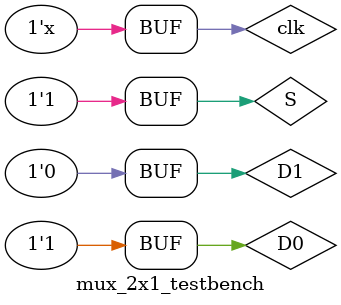
<source format=v>
`timescale 1 ps / 1 ps

module mux_2x1_testbench();

reg D0;
reg D1;
reg S;
wire F;

	
	reg clk;
	
	mux_2x1 TB(.D0(D0) , .D1(D1) , .S(S) , .F(F));
	
	always 
		begin 
			#2 clk = ~clk;
		end
	
	initial 
		begin 
			D0 = 1'b0;
			D1 = 1'b0;
			
			#5 D0 = 1'b1;
				D1 = 1'b0;
				S = 1'b1;
		end


endmodule
		
</source>
